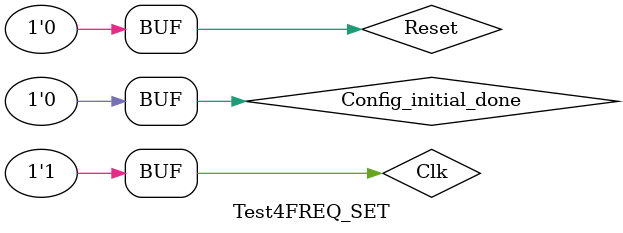
<source format=v>
`timescale 1ns / 1ps


module Test4FREQ_SET(

    );
    reg             Reset;
    reg             Clk;
    reg     [32:0]  Rx_freq;           // 70MHz~3GHz
    reg     [32:0]  Tx_freq;           // 70MHz~3GHz
    reg             Config_initial_done;

    wire    [2 :0]  Rx_VcoDivider;
    wire    [10:0]  Rx_FreqInteger;
    wire    [22:0]  Rx_FreqFractional;
    wire    [2 :0]  Tx_VcoDivider;
    wire    [10:0]  Tx_FreqInteger;
    wire    [22:0]  Tx_FreqFractional;
    wire            Reconfig_freq;
    
    // Initail for Clk & Reset
    initial begin
    // Initialize Inputs
    Clk = 0;
    Reset = 0;  
    Config_initial_done = 0;   
       
    // Wait 100 ns for global reset to finish
    #100;
                             
    Reset = 1;
    #10 Reset = 0;
    Config_initial_done = 1;
    #10 Config_initial_done = 0;
   end
                  
   always begin
       #1 Clk = 0;
       #1 Clk = 1;
   end
   
   always @ ( posedge Clk or posedge Reset )
   begin
       if( Reset == 1'b1 )
           begin
               Rx_freq <= 33'd2140000000;
               Tx_freq <= 33'd1950000000;
           end
       else
       ;
   end
   
    FREQ_SET_40M    U_FREQ_SET_40M
         (
         //input signals
         .Reset                  ( Reset                     ),
         .Clk                    ( Clk                       ),
         .Rx_freq                ( Rx_freq                   ),
         .Tx_freq                ( Tx_freq                   ),
         .Config_initial_done    ( Config_initial_done       ),    
     
         //output signals
         .Rx_VcoDivider          ( Rx_VcoDivider            ),
         .Rx_FreqInteger         ( Rx_FreqInteger           ),
         .Rx_FreqFractional      ( Rx_FreqFractional        ),
         .Tx_VcoDivider          ( Tx_VcoDivider            ),
         .Tx_FreqInteger         ( Tx_FreqInteger           ),
         .Tx_FreqFractional      ( Tx_FreqFractional        ),
         .Reconfig_freq          ( Reconfig_freq            )
         );
/*  
   FREQ_SET    U_FREQ_SET
       (
       //input signals
       .Reset                  ( Reset                     ),
       .Clk                    ( Clk                       ),
       .Rx_freq                ( Rx_freq                   ),
       .Tx_freq                ( Tx_freq                   ),
       .Config_initial_done    ( Config_initial_done       ),    
   
       //output signals
       .Rx_VcoDivider          ( Rx_VcoDivider            ),
       .Rx_FreqInteger         ( Rx_FreqInteger           ),
       .Rx_FreqFractional      ( Rx_FreqFractional        ),
       .Tx_VcoDivider          ( Tx_VcoDivider            ),
       .Tx_FreqInteger         ( Tx_FreqInteger           ),
       .Tx_FreqFractional      ( Tx_FreqFractional        ),
       .Reconfig_freq          ( Reconfig_freq            )
       );
 */  
endmodule

</source>
